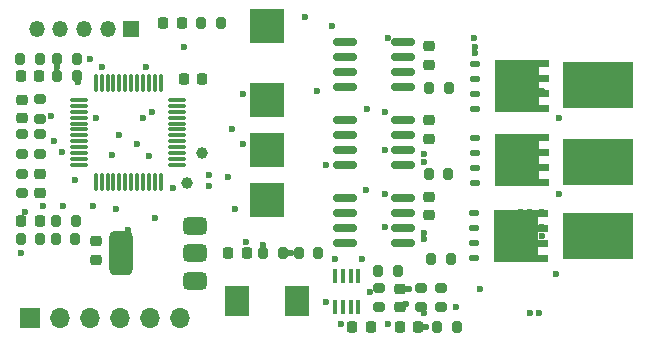
<source format=gbr>
%TF.GenerationSoftware,KiCad,Pcbnew,8.0.5*%
%TF.CreationDate,2025-03-16T21:49:30+05:30*%
%TF.ProjectId,bldc,626c6463-2e6b-4696-9361-645f70636258,rev?*%
%TF.SameCoordinates,Original*%
%TF.FileFunction,Soldermask,Top*%
%TF.FilePolarity,Negative*%
%FSLAX46Y46*%
G04 Gerber Fmt 4.6, Leading zero omitted, Abs format (unit mm)*
G04 Created by KiCad (PCBNEW 8.0.5) date 2025-03-16 21:49:30*
%MOMM*%
%LPD*%
G01*
G04 APERTURE LIST*
G04 Aperture macros list*
%AMRoundRect*
0 Rectangle with rounded corners*
0 $1 Rounding radius*
0 $2 $3 $4 $5 $6 $7 $8 $9 X,Y pos of 4 corners*
0 Add a 4 corners polygon primitive as box body*
4,1,4,$2,$3,$4,$5,$6,$7,$8,$9,$2,$3,0*
0 Add four circle primitives for the rounded corners*
1,1,$1+$1,$2,$3*
1,1,$1+$1,$4,$5*
1,1,$1+$1,$6,$7*
1,1,$1+$1,$8,$9*
0 Add four rect primitives between the rounded corners*
20,1,$1+$1,$2,$3,$4,$5,0*
20,1,$1+$1,$4,$5,$6,$7,0*
20,1,$1+$1,$6,$7,$8,$9,0*
20,1,$1+$1,$8,$9,$2,$3,0*%
%AMFreePoly0*
4,1,17,2.675000,1.605000,1.875000,1.605000,1.875000,0.935000,2.675000,0.935000,2.675000,0.335000,1.875000,0.335000,1.875000,-0.335000,2.675000,-0.335000,2.675000,-0.935000,1.875000,-0.935000,1.875000,-1.605000,2.675000,-1.605000,2.675000,-2.205000,-1.875000,-2.205000,-1.875000,2.205000,2.675000,2.205000,2.675000,1.605000,2.675000,1.605000,$1*%
G04 Aperture macros list end*
%ADD10C,1.000000*%
%ADD11R,3.000000X3.000000*%
%ADD12R,6.000000X4.000000*%
%ADD13R,0.450000X1.150000*%
%ADD14RoundRect,0.225000X0.250000X-0.225000X0.250000X0.225000X-0.250000X0.225000X-0.250000X-0.225000X0*%
%ADD15RoundRect,0.225000X0.225000X0.250000X-0.225000X0.250000X-0.225000X-0.250000X0.225000X-0.250000X0*%
%ADD16RoundRect,0.225000X-0.225000X-0.250000X0.225000X-0.250000X0.225000X0.250000X-0.225000X0.250000X0*%
%ADD17RoundRect,0.225000X-0.250000X0.225000X-0.250000X-0.225000X0.250000X-0.225000X0.250000X0.225000X0*%
%ADD18RoundRect,0.150000X-0.825000X-0.150000X0.825000X-0.150000X0.825000X0.150000X-0.825000X0.150000X0*%
%ADD19RoundRect,0.375000X0.625000X0.375000X-0.625000X0.375000X-0.625000X-0.375000X0.625000X-0.375000X0*%
%ADD20RoundRect,0.500000X0.500000X1.400000X-0.500000X1.400000X-0.500000X-1.400000X0.500000X-1.400000X0*%
%ADD21RoundRect,0.200000X0.275000X-0.200000X0.275000X0.200000X-0.275000X0.200000X-0.275000X-0.200000X0*%
%ADD22RoundRect,0.200000X0.200000X0.275000X-0.200000X0.275000X-0.200000X-0.275000X0.200000X-0.275000X0*%
%ADD23RoundRect,0.200000X-0.200000X-0.275000X0.200000X-0.275000X0.200000X0.275000X-0.200000X0.275000X0*%
%ADD24RoundRect,0.200000X-0.275000X0.200000X-0.275000X-0.200000X0.275000X-0.200000X0.275000X0.200000X0*%
%ADD25R,2.000000X2.500000*%
%ADD26R,1.700000X1.700000*%
%ADD27O,1.700000X1.700000*%
%ADD28R,1.350000X1.350000*%
%ADD29O,1.350000X1.350000*%
%ADD30RoundRect,0.218750X-0.218750X-0.256250X0.218750X-0.256250X0.218750X0.256250X-0.218750X0.256250X0*%
%ADD31RoundRect,0.075000X-0.662500X-0.075000X0.662500X-0.075000X0.662500X0.075000X-0.662500X0.075000X0*%
%ADD32RoundRect,0.075000X-0.075000X-0.662500X0.075000X-0.662500X0.075000X0.662500X-0.075000X0.662500X0*%
%ADD33RoundRect,0.125000X-0.300000X-0.125000X0.300000X-0.125000X0.300000X0.125000X-0.300000X0.125000X0*%
%ADD34FreePoly0,0.000000*%
%ADD35C,0.600000*%
G04 APERTURE END LIST*
D10*
%TO.C,TP10*%
X65250000Y-111500000D03*
%TD*%
%TO.C,TP11*%
X66500000Y-109000000D03*
%TD*%
D11*
%TO.C,TP9*%
X72000000Y-113000000D03*
%TD*%
%TO.C,TP8*%
X72000000Y-108750000D03*
%TD*%
%TO.C,TP7*%
X72000000Y-104500000D03*
%TD*%
%TO.C,TP6*%
X72000000Y-98250000D03*
%TD*%
D12*
%TO.C,TP3*%
X100000000Y-116000000D03*
%TD*%
%TO.C,TP2*%
X100000000Y-109750000D03*
%TD*%
%TO.C,TP1*%
X100000000Y-103250000D03*
%TD*%
D13*
%TO.C,IC1*%
X79725000Y-119450000D03*
X79075000Y-119450000D03*
X78425000Y-119450000D03*
X77775000Y-119450000D03*
X77775000Y-122050000D03*
X78425000Y-122050000D03*
X79075000Y-122050000D03*
X79725000Y-122050000D03*
%TD*%
D14*
%TO.C,C15*%
X51250000Y-104475000D03*
X51250000Y-106025000D03*
%TD*%
D15*
%TO.C,C14*%
X70275000Y-117500000D03*
X68725000Y-117500000D03*
%TD*%
D16*
%TO.C,C12*%
X80775000Y-123750000D03*
X79225000Y-123750000D03*
%TD*%
D15*
%TO.C,C11*%
X64975000Y-102750000D03*
X66525000Y-102750000D03*
%TD*%
%TO.C,C10*%
X51200000Y-114750000D03*
X52750000Y-114750000D03*
%TD*%
D17*
%TO.C,C9*%
X83250000Y-122025000D03*
X83250000Y-120475000D03*
%TD*%
%TO.C,C8*%
X52750000Y-112350000D03*
X52750000Y-110800000D03*
%TD*%
D15*
%TO.C,C7*%
X51150000Y-102500000D03*
X52700000Y-102500000D03*
%TD*%
D17*
%TO.C,C5*%
X85750000Y-114275000D03*
X85750000Y-112725000D03*
%TD*%
D15*
%TO.C,C4*%
X83225000Y-123750000D03*
X84775000Y-123750000D03*
%TD*%
D17*
%TO.C,C3*%
X85750000Y-106225000D03*
X85750000Y-107775000D03*
%TD*%
%TO.C,C2*%
X85750000Y-101525000D03*
X85750000Y-99975000D03*
%TD*%
D14*
%TO.C,C1*%
X57500000Y-116475000D03*
X57500000Y-118025000D03*
%TD*%
D18*
%TO.C,U4*%
X78575000Y-112790000D03*
X78575000Y-114060000D03*
X78575000Y-115330000D03*
X78575000Y-116600000D03*
X83525000Y-116600000D03*
X83525000Y-115330000D03*
X83525000Y-114060000D03*
X83525000Y-112790000D03*
%TD*%
%TO.C,U3*%
X78575000Y-106210000D03*
X78575000Y-107480000D03*
X78575000Y-108750000D03*
X78575000Y-110020000D03*
X83525000Y-110020000D03*
X83525000Y-108750000D03*
X83525000Y-107480000D03*
X83525000Y-106210000D03*
%TD*%
%TO.C,U2*%
X78575000Y-99630000D03*
X78575000Y-100900000D03*
X78575000Y-102170000D03*
X78575000Y-103440000D03*
X83525000Y-103440000D03*
X83525000Y-102170000D03*
X83525000Y-100900000D03*
X83525000Y-99630000D03*
%TD*%
D19*
%TO.C,U1*%
X65900000Y-115200000D03*
D20*
X59600000Y-117500000D03*
D19*
X65900000Y-117500000D03*
X65900000Y-119800000D03*
%TD*%
D21*
%TO.C,R28*%
X52750000Y-104425000D03*
X52750000Y-106075000D03*
%TD*%
D22*
%TO.C,R27*%
X51150000Y-116250000D03*
X52800000Y-116250000D03*
%TD*%
D23*
%TO.C,R26*%
X55800000Y-114750000D03*
X54150000Y-114750000D03*
%TD*%
D22*
%TO.C,R25*%
X54125000Y-116250000D03*
X55775000Y-116250000D03*
%TD*%
D21*
%TO.C,R24*%
X52750000Y-107400000D03*
X52750000Y-109050000D03*
%TD*%
%TO.C,R23*%
X51250000Y-107400000D03*
X51250000Y-109050000D03*
%TD*%
%TO.C,R22*%
X51250000Y-110750000D03*
X51250000Y-112400000D03*
%TD*%
D22*
%TO.C,R21*%
X51100000Y-101000000D03*
X52750000Y-101000000D03*
%TD*%
D23*
%TO.C,R20*%
X55900000Y-102500000D03*
X54250000Y-102500000D03*
%TD*%
D22*
%TO.C,R19*%
X54250000Y-101000000D03*
X55900000Y-101000000D03*
%TD*%
D21*
%TO.C,R17*%
X86750000Y-120425000D03*
X86750000Y-122075000D03*
%TD*%
D24*
%TO.C,R16*%
X85000000Y-122075000D03*
X85000000Y-120425000D03*
%TD*%
D23*
%TO.C,R15*%
X83075000Y-119000000D03*
X81425000Y-119000000D03*
%TD*%
D21*
%TO.C,R14*%
X81500000Y-120425000D03*
X81500000Y-122075000D03*
%TD*%
D23*
%TO.C,R13*%
X74675000Y-117500000D03*
X76325000Y-117500000D03*
%TD*%
%TO.C,R12*%
X73325000Y-117500000D03*
X71675000Y-117500000D03*
%TD*%
D22*
%TO.C,R10*%
X66425000Y-98000000D03*
X68075000Y-98000000D03*
%TD*%
D23*
%TO.C,R9*%
X88075000Y-123750000D03*
X86425000Y-123750000D03*
%TD*%
%TO.C,R6*%
X87575000Y-118000000D03*
X85925000Y-118000000D03*
%TD*%
%TO.C,R4*%
X87325000Y-110750000D03*
X85675000Y-110750000D03*
%TD*%
%TO.C,R2*%
X87400000Y-103500000D03*
X85750000Y-103500000D03*
%TD*%
D25*
%TO.C,L1*%
X69500000Y-121500000D03*
X74500000Y-121500000D03*
%TD*%
D26*
%TO.C,J3*%
X51900000Y-123000000D03*
D27*
X54440000Y-123000000D03*
X56980000Y-123000000D03*
X59520000Y-123000000D03*
X62060000Y-123000000D03*
X64600000Y-123000000D03*
%TD*%
D28*
%TO.C,J1*%
X60500000Y-98500000D03*
D29*
X58500000Y-98500000D03*
X56500000Y-98500000D03*
X54500000Y-98500000D03*
X52500000Y-98500000D03*
%TD*%
D30*
%TO.C,D4*%
X64787500Y-98000000D03*
X63212500Y-98000000D03*
%TD*%
D31*
%TO.C,U5*%
X56087500Y-104500000D03*
X56087500Y-105000000D03*
X56087500Y-105500000D03*
X56087500Y-106000000D03*
X56087500Y-106500000D03*
X56087500Y-107000000D03*
X56087500Y-107500000D03*
X56087500Y-108000000D03*
X56087500Y-108500000D03*
X56087500Y-109000000D03*
X56087500Y-109500000D03*
X56087500Y-110000000D03*
D32*
X57500000Y-111412500D03*
X58000000Y-111412500D03*
X58500000Y-111412500D03*
X59000000Y-111412500D03*
X59500000Y-111412500D03*
X60000000Y-111412500D03*
X60500000Y-111412500D03*
X61000000Y-111412500D03*
X61500000Y-111412500D03*
X62000000Y-111412500D03*
X62500000Y-111412500D03*
X63000000Y-111412500D03*
D31*
X64412500Y-110000000D03*
X64412500Y-109500000D03*
X64412500Y-109000000D03*
X64412500Y-108500000D03*
X64412500Y-108000000D03*
X64412500Y-107500000D03*
X64412500Y-107000000D03*
X64412500Y-106500000D03*
X64412500Y-106000000D03*
X64412500Y-105500000D03*
X64412500Y-105000000D03*
X64412500Y-104500000D03*
D32*
X63000000Y-103087500D03*
X62500000Y-103087500D03*
X62000000Y-103087500D03*
X61500000Y-103087500D03*
X61000000Y-103087500D03*
X60500000Y-103087500D03*
X60000000Y-103087500D03*
X59500000Y-103087500D03*
X59000000Y-103087500D03*
X58500000Y-103087500D03*
X58000000Y-103087500D03*
X57500000Y-103087500D03*
%TD*%
D33*
%TO.C,Q10*%
X89550000Y-117905000D03*
X89550000Y-116635000D03*
X89550000Y-115365000D03*
X89550000Y-114095000D03*
D34*
X93100000Y-116000000D03*
%TD*%
D33*
%TO.C,Q8*%
X89600000Y-111505000D03*
X89600000Y-110235000D03*
X89600000Y-108965000D03*
X89600000Y-107695000D03*
D34*
X93150000Y-109600000D03*
%TD*%
D33*
%TO.C,Q2*%
X89600000Y-105255000D03*
X89600000Y-103985000D03*
X89600000Y-102715000D03*
X89600000Y-101445000D03*
D34*
X93150000Y-103350000D03*
%TD*%
D35*
X85250000Y-116250000D03*
X85250000Y-115750000D03*
X85315294Y-109053049D03*
X85250000Y-109750000D03*
X89600000Y-100500000D03*
X89600000Y-100000000D03*
X89500000Y-99250000D03*
X83750000Y-121750000D03*
X88000000Y-122000000D03*
X70000000Y-108250000D03*
X70000000Y-104000000D03*
X51500000Y-114000000D03*
X61000000Y-108250000D03*
X54750000Y-113500000D03*
X53000000Y-113500000D03*
X57250000Y-113500000D03*
X69250000Y-113750000D03*
X70250000Y-116500000D03*
X82000000Y-108750000D03*
X64000000Y-112000000D03*
X60250000Y-115500000D03*
X82000000Y-115250000D03*
X71675000Y-116750000D03*
X77750000Y-118000000D03*
X77000000Y-110000000D03*
X76250000Y-103750000D03*
X90000000Y-120500000D03*
X57500000Y-106000000D03*
X61500000Y-106000000D03*
X54000000Y-108000000D03*
X56000000Y-103000000D03*
X65000000Y-100000000D03*
X58000000Y-101750000D03*
X84000000Y-120500000D03*
X80000000Y-118000000D03*
X94250000Y-113995000D03*
X93500000Y-113995000D03*
X93500000Y-115265000D03*
X93500000Y-116000000D03*
X94250000Y-115265000D03*
X94250000Y-116000000D03*
X95250000Y-114000000D03*
X95250000Y-115250000D03*
X95250000Y-116000000D03*
X93500000Y-107750000D03*
X94500000Y-107750000D03*
X93500000Y-109020000D03*
X94500000Y-109020000D03*
X93500000Y-110290000D03*
X94500000Y-110290000D03*
X95500000Y-110250000D03*
X95500000Y-109000000D03*
X95500000Y-107750000D03*
X95250000Y-101500000D03*
X94250000Y-101500000D03*
X93750000Y-103750000D03*
X94500000Y-103750000D03*
X95250000Y-103750000D03*
X93550000Y-101500000D03*
X93500000Y-102770000D03*
X94250000Y-102770000D03*
X95250000Y-102750000D03*
X82250000Y-99250000D03*
X77500000Y-98250000D03*
X82000000Y-105500000D03*
X80500000Y-105250000D03*
X80375000Y-112125000D03*
X82000000Y-112500000D03*
X59500000Y-107500000D03*
X58850000Y-109125000D03*
X54250000Y-101750000D03*
X55750000Y-111250000D03*
X96500000Y-119250000D03*
X96750000Y-112500000D03*
X96750000Y-106000000D03*
X69000000Y-107000000D03*
X67100000Y-111750000D03*
X67069186Y-110861574D03*
X68700000Y-111050000D03*
X85500000Y-123750000D03*
X59250000Y-113750000D03*
X94250000Y-122500000D03*
X95000000Y-122500000D03*
X85250000Y-122500000D03*
X78250000Y-123500000D03*
X82250000Y-123500000D03*
X74000000Y-117500000D03*
X80750000Y-120750000D03*
X74000000Y-121500000D03*
X77000000Y-121600000D03*
X54625000Y-108875000D03*
X62000000Y-109250000D03*
X62500000Y-114500000D03*
X75250000Y-97500000D03*
X53750000Y-105825000D03*
X57000000Y-101000000D03*
X52750000Y-112350000D03*
X51150000Y-117500000D03*
X52750000Y-107400000D03*
X51100000Y-101000000D03*
X61750000Y-101750000D03*
X62250000Y-105500000D03*
M02*

</source>
